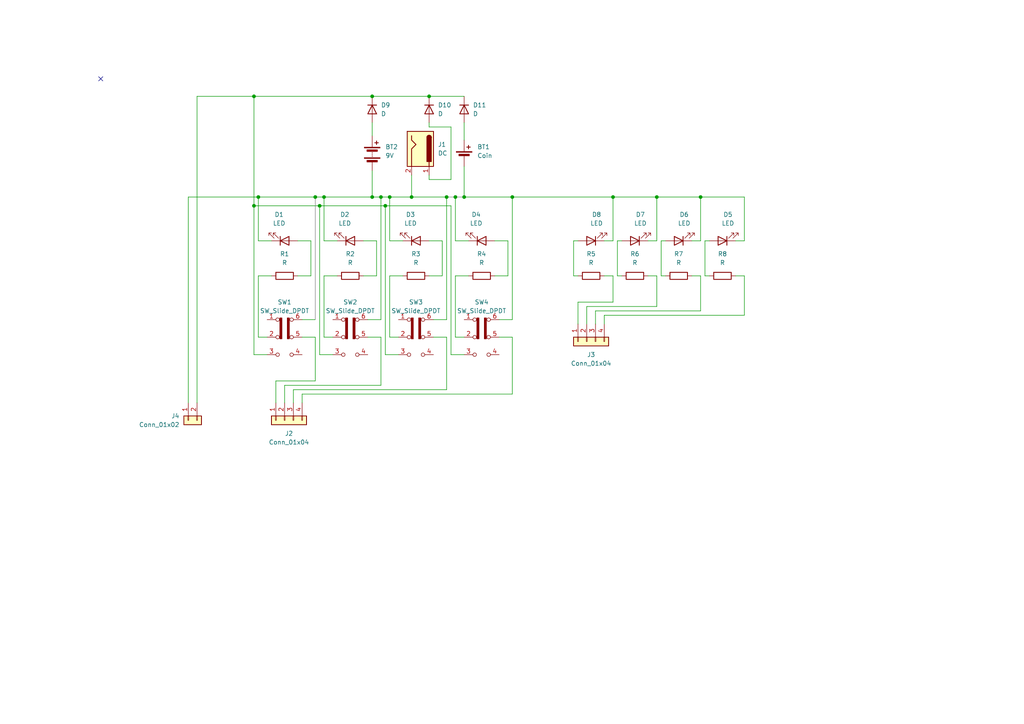
<source format=kicad_sch>
(kicad_sch (version 20250114) (generator "eeschema") (generator_version "9.0")
  (paper "A4")
  (lib_symbols
    (symbol "Connector:Barrel_Jack" (pin_names (offset 1.016))
      (property "Reference" "J" (at 0 5.334 0))
      (property "Value" "Barrel_Jack" (at 0 -5.08 0))
      (symbol "Barrel_Jack_0_1"
        (rectangle (start -5.08 3.81) (end 5.08 -3.81) (stroke (width 0.254)) (fill (type background)))
        (polyline (pts (xy -3.81 -2.54) (xy -2.54 -2.54) (xy -1.27 -1.27) (xy 0 -2.54) (xy 2.54 -2.54) (xy 5.08 -2.54)) (stroke (width 0.254)))
        (arc (start -3.302 1.905) (mid -3.9343 2.54) (end -3.302 3.175) (stroke (width 0.254)))
        (arc (start -3.302 1.905) (mid -3.9343 2.54) (end -3.302 3.175) (stroke (width 0.254)) (fill (type outline)))
        (rectangle (start 3.683 3.175) (end -3.302 1.905) (stroke (width 0.254)) (fill (type outline)))
        (polyline (pts (xy 5.08 2.54) (xy 3.81 2.54)) (stroke (width 0.254)))
      )
      (symbol "Barrel_Jack_1_1"
        (pin passive line (at 7.62 2.54 180) (length 2.54) (name "~") (number "1"))
        (pin passive line (at 7.62 -2.54 180) (length 2.54) (name "~") (number "2"))
      )
    )
    (symbol "Connector_Generic:Conn_01x02" (pin_names (offset 1.016) (hide yes))
      (property "Reference" "J" (at 0 2.54 0))
      (property "Value" "Conn_01x02" (at 0 -5.08 0))
      (symbol "Conn_01x02_1_1"
        (rectangle (start -1.27 1.27) (end 1.27 -3.81) (stroke (width 0.254)) (fill (type background)))
        (rectangle (start -1.27 0.127) (end 0 -0.127) (stroke (width 0.1524)))
        (rectangle (start -1.27 -2.413) (end 0 -2.667) (stroke (width 0.1524)))
        (pin passive line (at -5.08 0 0) (length 3.81) (name "Pin_1") (number "1"))
        (pin passive line (at -5.08 -2.54 0) (length 3.81) (name "Pin_2") (number "2"))
      )
    )
    (symbol "Connector_Generic:Conn_01x04" (pin_names (offset 1.016) (hide yes))
      (property "Reference" "J" (at 0 5.08 0))
      (property "Value" "Conn_01x04" (at 0 -7.62 0))
      (symbol "Conn_01x04_1_1"
        (rectangle (start -1.27 3.81) (end 1.27 -6.35) (stroke (width 0.254)) (fill (type background)))
        (rectangle (start -1.27 2.667) (end 0 2.413) (stroke (width 0.1524)))
        (rectangle (start -1.27 0.127) (end 0 -0.127) (stroke (width 0.1524)))
        (rectangle (start -1.27 -2.413) (end 0 -2.667) (stroke (width 0.1524)))
        (rectangle (start -1.27 -4.953) (end 0 -5.207) (stroke (width 0.1524)))
        (pin passive line (at -5.08 2.54 0) (length 3.81) (name "Pin_1") (number "1"))
        (pin passive line (at -5.08 0 0) (length 3.81) (name "Pin_2") (number "2"))
        (pin passive line (at -5.08 -2.54 0) (length 3.81) (name "Pin_3") (number "3"))
        (pin passive line (at -5.08 -5.08 0) (length 3.81) (name "Pin_4") (number "4"))
      )
    )
    (symbol "Device:Battery" (pin_numbers (hide yes)) (pin_names (offset 0) (hide yes))
      (property "Reference" "BT" (at 2.54 2.54 0))
      (property "Value" "Battery" (at 2.54 0 0))
      (symbol "Battery_0_1"
        (rectangle (start -2.286 1.778) (end 2.286 1.524) (fill (type outline)))
        (rectangle (start -2.286 -1.27) (end 2.286 -1.524) (fill (type outline)))
        (rectangle (start -1.524 1.016) (end 1.524 0.508) (fill (type outline)))
        (rectangle (start -1.524 -2.032) (end 1.524 -2.54) (fill (type outline)))
        (polyline (pts (xy 0 1.778) (xy 0 2.54)))
        (polyline (pts (xy 0 0) (xy 0 0.254)))
        (polyline (pts (xy 0 -0.508) (xy 0 -0.254)))
        (polyline (pts (xy 0 -1.016) (xy 0 -0.762)))
        (polyline (pts (xy 0.762 3.048) (xy 1.778 3.048)) (stroke (width 0.254)))
        (polyline (pts (xy 1.27 3.556) (xy 1.27 2.54)) (stroke (width 0.254)))
      )
      (symbol "Battery_1_1"
        (pin passive line (at 0 5.08 270) (length 2.54) (name "+") (number "1"))
        (pin passive line (at 0 -5.08 90) (length 2.54) (name "-") (number "2"))
      )
    )
    (symbol "Device:Battery_Cell" (pin_numbers (hide yes)) (pin_names (offset 0) (hide yes))
      (property "Reference" "BT" (at 2.54 2.54 0))
      (property "Value" "Battery_Cell" (at 2.54 0 0))
      (symbol "Battery_Cell_0_1"
        (rectangle (start -2.286 1.778) (end 2.286 1.524) (fill (type outline)))
        (rectangle (start -1.524 1.016) (end 1.524 0.508) (fill (type outline)))
        (polyline (pts (xy 0 1.778) (xy 0 2.54)))
        (polyline (pts (xy 0 0.762) (xy 0 0)))
        (polyline (pts (xy 0.762 3.048) (xy 1.778 3.048)) (stroke (width 0.254)))
        (polyline (pts (xy 1.27 3.556) (xy 1.27 2.54)) (stroke (width 0.254)))
      )
      (symbol "Battery_Cell_1_1"
        (pin passive line (at 0 5.08 270) (length 2.54) (name "+") (number "1"))
        (pin passive line (at 0 -2.54 90) (length 2.54) (name "-") (number "2"))
      )
    )
    (symbol "Device:D" (pin_numbers (hide yes)) (pin_names (offset 1.016) (hide yes))
      (property "Reference" "D" (at 0 2.54 0))
      (property "Value" "D" (at 0 -2.54 0))
      (symbol "D_0_1"
        (polyline (pts (xy -1.27 1.27) (xy -1.27 -1.27)) (stroke (width 0.254)))
        (polyline (pts (xy 1.27 1.27) (xy 1.27 -1.27) (xy -1.27 0) (xy 1.27 1.27)) (stroke (width 0.254)))
        (polyline (pts (xy 1.27 0) (xy -1.27 0)))
      )
      (symbol "D_1_1"
        (pin passive line (at -3.81 0 0) (length 2.54) (name "K") (number "1"))
        (pin passive line (at 3.81 0 180) (length 2.54) (name "A") (number "2"))
      )
    )
    (symbol "Device:LED" (pin_numbers (hide yes)) (pin_names (offset 1.016) (hide yes))
      (property "Reference" "D" (at 0 2.54 0))
      (property "Value" "LED" (at 0 -2.54 0))
      (symbol "LED_0_1"
        (polyline (pts (xy -3.048 -0.762) (xy -4.572 -2.286) (xy -3.81 -2.286) (xy -4.572 -2.286) (xy -4.572 -1.524)))
        (polyline (pts (xy -1.778 -0.762) (xy -3.302 -2.286) (xy -2.54 -2.286) (xy -3.302 -2.286) (xy -3.302 -1.524)))
        (polyline (pts (xy -1.27 0) (xy 1.27 0)))
        (polyline (pts (xy -1.27 -1.27) (xy -1.27 1.27)) (stroke (width 0.254)))
        (polyline (pts (xy 1.27 -1.27) (xy 1.27 1.27) (xy -1.27 0) (xy 1.27 -1.27)) (stroke (width 0.254)))
      )
      (symbol "LED_1_1"
        (pin passive line (at -3.81 0 0) (length 2.54) (name "K") (number "1"))
        (pin passive line (at 3.81 0 180) (length 2.54) (name "A") (number "2"))
      )
    )
    (symbol "Device:R" (pin_numbers (hide yes)) (pin_names (offset 0))
      (property "Reference" "R" (at 2.032 0 90))
      (property "Value" "R" (at 0 0 90))
      (symbol "R_0_1"
        (rectangle (start -1.016 -2.54) (end 1.016 2.54) (stroke (width 0.254)))
      )
      (symbol "R_1_1"
        (pin passive line (at 0 3.81 270) (length 1.27) (name "~") (number "1"))
        (pin passive line (at 0 -3.81 90) (length 1.27) (name "~") (number "2"))
      )
    )
    (symbol "Switch:SW_Slide_DPDT" (pin_names (offset 0) (hide yes))
      (property "Reference" "SW" (at 0 6.858 0))
      (property "Value" "SW_Slide_DPDT" (at 0 -8.128 0))
      (symbol "SW_Slide_DPDT_0_0"
        (circle (center -2.032 5.08) (radius 0.508))
        (circle (center -2.032 -5.08) (radius 0.508))
        (circle (center 2.032 0) (radius 0.508))
        (circle (center 2.032 -5.08) (radius 0.508))
      )
      (symbol "SW_Slide_DPDT_0_1"
        (circle (center -2.032 0) (radius 0.508))
        (circle (center 2.032 5.08) (radius 0.508))
      )
      (symbol "SW_Slide_DPDT_1_1"
        (rectangle (start -1.397 5.588) (end -0.762 -0.508) (fill (type outline)))
        (rectangle (start 0.762 5.588) (end 1.397 -0.508) (fill (type outline)))
        (pin passive line (at -5.08 5.08 0) (length 2.54) (name "A") (number "1"))
        (pin passive line (at -5.08 0 0) (length 2.54) (name "B") (number "2"))
        (pin passive line (at -5.08 -5.08 0) (length 2.54) (name "C") (number "3"))
        (pin passive line (at 5.08 5.08 180) (length 2.54) (name "C") (number "6"))
        (pin passive line (at 5.08 0 180) (length 2.54) (name "B") (number "5"))
        (pin passive line (at 5.08 -5.08 180) (length 2.54) (name "A") (number "4"))
      )
    )
  )
  (junction (at 91.44 57.15))
  (junction (at 190.5 57.15))
  (junction (at 73.66 59.69))
  (junction (at 132.08 57.15))
  (junction (at 203.2 57.15))
  (junction (at 107.95 57.15))
  (junction (at 119.38 57.15))
  (junction (at 111.76 59.69))
  (junction (at 148.59 57.15))
  (junction (at 113.03 57.15))
  (junction (at 74.93 57.15))
  (junction (at 73.66 27.94))
  (junction (at 92.71 59.69))
  (junction (at 177.8 57.15))
  (junction (at 124.46 27.94))
  (junction (at 107.95 27.94))
  (junction (at 110.49 57.15))
  (junction (at 134.62 57.15))
  (junction (at 129.54 57.15))
  (junction (at 93.98 57.15))
  (no_connect (at 29.21 22.86))
  (wire (pts (xy 213.36 69.85) (xy 215.9 69.85)))
  (wire (pts (xy 203.2 80.01) (xy 200.66 80.01)))
  (wire (pts (xy 167.64 80.01) (xy 166.37 80.01)))
  (wire (pts (xy 86.36 80.01) (xy 90.17 80.01)))
  (wire (pts (xy 177.8 57.15) (xy 190.5 57.15)))
  (wire (pts (xy 125.73 92.71) (xy 129.54 92.71)))
  (wire (pts (xy 119.38 57.15) (xy 129.54 57.15)))
  (wire (pts (xy 124.46 36.83) (xy 124.46 35.56)))
  (wire (pts (xy 87.63 97.79) (xy 91.44 97.79)))
  (wire (pts (xy 193.04 69.85) (xy 191.77 69.85)))
  (wire (pts (xy 87.63 92.71) (xy 91.44 92.71)))
  (wire (pts (xy 204.47 80.01) (xy 205.74 80.01)))
  (wire (pts (xy 80.01 110.49) (xy 80.01 116.84)))
  (wire (pts (xy 107.95 57.15) (xy 110.49 57.15)))
  (wire (pts (xy 110.49 97.79) (xy 106.68 97.79)))
  (wire (pts (xy 110.49 57.15) (xy 113.03 57.15)))
  (wire (pts (xy 109.22 80.01) (xy 109.22 69.85)))
  (wire (pts (xy 143.51 80.01) (xy 147.32 80.01)))
  (wire (pts (xy 87.63 114.3) (xy 148.59 114.3)))
  (wire (pts (xy 107.95 49.53) (xy 107.95 57.15)))
  (wire (pts (xy 111.76 59.69) (xy 130.81 59.69)))
  (wire (pts (xy 135.89 69.85) (xy 132.08 69.85)))
  (wire (pts (xy 93.98 69.85) (xy 93.98 57.15)))
  (wire (pts (xy 77.47 102.87) (xy 73.66 102.87)))
  (wire (pts (xy 96.52 97.79) (xy 93.98 97.79)))
  (wire (pts (xy 215.9 91.44) (xy 215.9 80.01)))
  (wire (pts (xy 57.15 27.94) (xy 73.66 27.94)))
  (wire (pts (xy 124.46 69.85) (xy 128.27 69.85)))
  (wire (pts (xy 111.76 59.69) (xy 111.76 102.87)))
  (wire (pts (xy 203.2 90.17) (xy 203.2 80.01)))
  (wire (pts (xy 166.37 69.85) (xy 167.64 69.85)))
  (wire (pts (xy 190.5 57.15) (xy 190.5 69.85)))
  (wire (pts (xy 91.44 92.71) (xy 91.44 57.15)) (stroke (width 0) (color 132 132 132 1)))
  (wire (pts (xy 179.07 80.01) (xy 180.34 80.01)))
  (wire (pts (xy 74.93 57.15) (xy 91.44 57.15)))
  (wire (pts (xy 191.77 80.01) (xy 193.04 80.01)))
  (wire (pts (xy 82.55 111.76) (xy 110.49 111.76)))
  (wire (pts (xy 93.98 97.79) (xy 93.98 80.01)))
  (wire (pts (xy 73.66 27.94) (xy 107.95 27.94)))
  (wire (pts (xy 73.66 59.69) (xy 92.71 59.69)))
  (wire (pts (xy 129.54 113.03) (xy 85.09 113.03)))
  (wire (pts (xy 175.26 69.85) (xy 177.8 69.85)))
  (wire (pts (xy 92.71 59.69) (xy 111.76 59.69)))
  (wire (pts (xy 93.98 80.01) (xy 97.79 80.01)))
  (wire (pts (xy 82.55 116.84) (xy 82.55 111.76)))
  (wire (pts (xy 190.5 88.9) (xy 190.5 80.01)))
  (wire (pts (xy 177.8 87.63) (xy 177.8 80.01)))
  (wire (pts (xy 124.46 27.94) (xy 134.62 27.94)))
  (wire (pts (xy 113.03 57.15) (xy 119.38 57.15)))
  (wire (pts (xy 91.44 97.79) (xy 91.44 110.49)))
  (wire (pts (xy 132.08 57.15) (xy 134.62 57.15)) (stroke (width 0) (color 132 132 132 1)))
  (wire (pts (xy 113.03 97.79) (xy 113.03 80.01)))
  (wire (pts (xy 110.49 92.71) (xy 110.49 57.15)))
  (wire (pts (xy 74.93 97.79) (xy 74.93 80.01)))
  (wire (pts (xy 148.59 57.15) (xy 148.59 92.71)))
  (wire (pts (xy 170.18 93.98) (xy 170.18 88.9)))
  (wire (pts (xy 177.8 69.85) (xy 177.8 57.15)))
  (wire (pts (xy 179.07 69.85) (xy 179.07 80.01)))
  (wire (pts (xy 167.64 93.98) (xy 167.64 87.63)))
  (wire (pts (xy 129.54 97.79) (xy 129.54 113.03)))
  (wire (pts (xy 187.96 80.01) (xy 190.5 80.01)))
  (wire (pts (xy 110.49 111.76) (xy 110.49 97.79)))
  (wire (pts (xy 144.78 92.71) (xy 148.59 92.71)))
  (wire (pts (xy 90.17 69.85) (xy 86.36 69.85)))
  (wire (pts (xy 116.84 69.85) (xy 113.03 69.85)))
  (wire (pts (xy 132.08 80.01) (xy 132.08 97.79)))
  (wire (pts (xy 93.98 57.15) (xy 107.95 57.15)))
  (wire (pts (xy 130.81 52.07) (xy 124.46 52.07)))
  (wire (pts (xy 134.62 48.26) (xy 134.62 57.15)))
  (wire (pts (xy 124.46 80.01) (xy 128.27 80.01)))
  (wire (pts (xy 203.2 57.15) (xy 215.9 57.15)))
  (wire (pts (xy 97.79 69.85) (xy 93.98 69.85)))
  (wire (pts (xy 132.08 69.85) (xy 132.08 57.15)))
  (wire (pts (xy 130.81 36.83) (xy 124.46 36.83)))
  (wire (pts (xy 200.66 69.85) (xy 203.2 69.85)))
  (wire (pts (xy 128.27 80.01) (xy 128.27 69.85)))
  (wire (pts (xy 170.18 88.9) (xy 190.5 88.9)))
  (wire (pts (xy 57.15 116.84) (xy 57.15 27.94)))
  (wire (pts (xy 134.62 102.87) (xy 130.81 102.87)))
  (wire (pts (xy 54.61 116.84) (xy 54.61 57.15)))
  (wire (pts (xy 90.17 80.01) (xy 90.17 69.85)))
  (wire (pts (xy 105.41 80.01) (xy 109.22 80.01)))
  (wire (pts (xy 110.49 92.71) (xy 106.68 92.71)))
  (wire (pts (xy 115.57 102.87) (xy 111.76 102.87)))
  (wire (pts (xy 78.74 69.85) (xy 74.93 69.85)))
  (wire (pts (xy 215.9 80.01) (xy 213.36 80.01)))
  (wire (pts (xy 96.52 102.87) (xy 92.71 102.87)))
  (wire (pts (xy 175.26 80.01) (xy 177.8 80.01)))
  (wire (pts (xy 115.57 97.79) (xy 113.03 97.79)))
  (wire (pts (xy 172.72 90.17) (xy 203.2 90.17)))
  (wire (pts (xy 191.77 69.85) (xy 191.77 80.01)))
  (wire (pts (xy 74.93 69.85) (xy 74.93 57.15)))
  (wire (pts (xy 124.46 52.07) (xy 124.46 50.8)))
  (wire (pts (xy 129.54 57.15) (xy 129.54 92.71)))
  (wire (pts (xy 172.72 93.98) (xy 172.72 90.17)))
  (wire (pts (xy 54.61 57.15) (xy 74.93 57.15)))
  (wire (pts (xy 107.95 27.94) (xy 124.46 27.94)))
  (wire (pts (xy 129.54 57.15) (xy 132.08 57.15)) (stroke (width 0) (color 132 132 132 1)))
  (wire (pts (xy 92.71 59.69) (xy 92.71 102.87)))
  (wire (pts (xy 180.34 69.85) (xy 179.07 69.85)))
  (wire (pts (xy 119.38 50.8) (xy 119.38 57.15)))
  (wire (pts (xy 203.2 57.15) (xy 203.2 69.85)))
  (wire (pts (xy 107.95 35.56) (xy 107.95 39.37)))
  (wire (pts (xy 166.37 80.01) (xy 166.37 69.85)))
  (wire (pts (xy 190.5 57.15) (xy 203.2 57.15)))
  (wire (pts (xy 91.44 57.15) (xy 93.98 57.15)))
  (wire (pts (xy 130.81 52.07) (xy 130.81 36.83)))
  (wire (pts (xy 143.51 69.85) (xy 147.32 69.85)))
  (wire (pts (xy 113.03 57.15) (xy 113.03 69.85)))
  (wire (pts (xy 167.64 87.63) (xy 177.8 87.63)))
  (wire (pts (xy 105.41 69.85) (xy 109.22 69.85)))
  (wire (pts (xy 74.93 80.01) (xy 78.74 80.01)))
  (wire (pts (xy 85.09 113.03) (xy 85.09 116.84)))
  (wire (pts (xy 215.9 69.85) (xy 215.9 57.15)))
  (wire (pts (xy 147.32 80.01) (xy 147.32 69.85)))
  (wire (pts (xy 87.63 116.84) (xy 87.63 114.3)))
  (wire (pts (xy 148.59 114.3) (xy 148.59 97.79)))
  (wire (pts (xy 73.66 27.94) (xy 73.66 59.69)))
  (wire (pts (xy 175.26 93.98) (xy 175.26 91.44)))
  (wire (pts (xy 134.62 97.79) (xy 132.08 97.79)))
  (wire (pts (xy 125.73 97.79) (xy 129.54 97.79)))
  (wire (pts (xy 73.66 59.69) (xy 73.66 102.87)))
  (wire (pts (xy 187.96 69.85) (xy 190.5 69.85)))
  (wire (pts (xy 134.62 35.56) (xy 134.62 40.64)))
  (wire (pts (xy 134.62 57.15) (xy 148.59 57.15)))
  (wire (pts (xy 135.89 80.01) (xy 132.08 80.01)))
  (wire (pts (xy 204.47 69.85) (xy 204.47 80.01)))
  (wire (pts (xy 175.26 91.44) (xy 215.9 91.44)))
  (wire (pts (xy 91.44 110.49) (xy 80.01 110.49)))
  (wire (pts (xy 130.81 102.87) (xy 130.81 59.69)))
  (wire (pts (xy 148.59 57.15) (xy 177.8 57.15)))
  (wire (pts (xy 148.59 97.79) (xy 144.78 97.79)))
  (wire (pts (xy 205.74 69.85) (xy 204.47 69.85)))
  (wire (pts (xy 113.03 80.01) (xy 116.84 80.01)))
  (wire (pts (xy 77.47 97.79) (xy 74.93 97.79)))
  (symbol (lib_id "Device:LED") (at 196.85 69.85 180) (unit 1)
    (property "Reference" "D6" (at 198.4375 62.23 0))
    (property "Value" "LED" (at 198.4375 64.77 0))
    (property "Footprint" "LED_THT:LED_D5.0mm" (effects (hide yes)))
    (property "Description" "Light emitting diode" (effects (hide yes)))
    (property "Sim.Pins" "1=K 2=A" (effects (hide yes)))
  )
  (symbol (lib_id "Device:LED") (at 82.55 69.85 0) (mirror x) (unit 1)
    (property "Reference" "D1" (at 80.9625 62.23 0))
    (property "Value" "LED" (at 80.9625 64.77 0))
    (property "Footprint" "LED_THT:LED_D5.0mm" (effects (hide yes)))
    (property "Description" "Light emitting diode" (effects (hide yes)))
    (property "Sim.Pins" "1=K 2=A" (effects (hide yes)))
  )
  (symbol (lib_id "Device:LED") (at 171.45 69.85 180) (unit 1)
    (property "Reference" "D8" (at 173.0375 62.23 0))
    (property "Value" "LED" (at 173.0375 64.77 0))
    (property "Footprint" "LED_THT:LED_D5.0mm" (effects (hide yes)))
    (property "Description" "Light emitting diode" (effects (hide yes)))
    (property "Sim.Pins" "1=K 2=A" (effects (hide yes)))
  )
  (symbol (lib_id "Device:D") (at 124.46 31.75 270) (unit 1)
    (property "Reference" "D10" (at 127 30.4799 90) (effects (justify left)))
    (property "Value" "D" (at 127 33.0199 90) (effects (justify left)))
    (property "Footprint" "Diode_THT:D_5KPW_P12.70mm_Horizontal" (effects (hide yes)))
    (property "Description" "Diode" (effects (hide yes)))
    (property "Sim.Device" "D" (effects (hide yes)))
    (property "Sim.Pins" "1=K 2=A" (effects (hide yes)))
  )
  (symbol (lib_id "Device:R") (at 139.7 80.01 270) (unit 1)
    (property "Reference" "R4" (at 139.7 73.66 90))
    (property "Value" "R" (at 139.7 76.2 90))
    (property "Footprint" "Resistor_THT:R_Axial_DIN0207_L6.3mm_D2.5mm_P7.62mm_Horizontal" (effects (hide yes)))
    (property "Description" "Resistor" (effects (hide yes)))
  )
  (symbol (lib_id "Connector_Generic:Conn_01x04") (at 82.55 121.92 90) (mirror x) (unit 1)
    (property "Reference" "J2" (at 83.82 125.73 90))
    (property "Value" "Conn_01x04" (at 83.82 128.27 90))
    (property "Footprint" "Connector_PinHeader_1.00mm:PinHeader_1x04_P1.00mm_Vertical" (effects (hide yes)))
    (property "Description" "Generic connector, single row, 01x04, script generated (kicad-library-utils/schlib/autogen/connector/)" (effects (hide yes)))
  )
  (symbol (lib_id "Connector_Generic:Conn_01x02") (at 54.61 121.92 90) (mirror x) (unit 1)
    (property "Reference" "J4" (at 52.07 120.6499 90) (effects (justify left)))
    (property "Value" "Conn_01x02" (at 52.07 123.1899 90) (effects (justify left)))
    (property "Footprint" "Connector_PinHeader_1.00mm:PinHeader_1x02_P1.00mm_Vertical" (effects (hide yes)))
    (property "Description" "Generic connector, single row, 01x02, script generated (kicad-library-utils/schlib/autogen/connector/)" (effects (hide yes)))
  )
  (symbol (lib_id "Device:R") (at 120.65 80.01 270) (unit 1)
    (property "Reference" "R3" (at 120.65 73.66 90))
    (property "Value" "R" (at 120.65 76.2 90))
    (property "Footprint" "Resistor_THT:R_Axial_DIN0207_L6.3mm_D2.5mm_P7.62mm_Horizontal" (effects (hide yes)))
    (property "Description" "Resistor" (effects (hide yes)))
  )
  (symbol (lib_id "Device:LED") (at 139.7 69.85 0) (mirror x) (unit 1)
    (property "Reference" "D4" (at 138.1125 62.23 0))
    (property "Value" "LED" (at 138.1125 64.77 0))
    (property "Footprint" "LED_THT:LED_D5.0mm" (effects (hide yes)))
    (property "Description" "Light emitting diode" (effects (hide yes)))
    (property "Sim.Pins" "1=K 2=A" (effects (hide yes)))
  )
  (symbol (lib_id "Switch:SW_Slide_DPDT") (at 101.6 97.79 0) (unit 1)
    (property "Reference" "SW2" (at 101.6 87.63 0))
    (property "Value" "SW_Slide_DPDT" (at 101.6 90.17 0))
    (property "Footprint" "Button_Switch_THT:SW_E-Switch_EG1271_SPDT" (effects (hide yes)))
    (property "Description" "Slide Switch, dual pole double throw" (effects (hide yes)))
  )
  (symbol (lib_id "Device:R") (at 171.45 80.01 270) (unit 1)
    (property "Reference" "R5" (at 171.45 73.66 90))
    (property "Value" "R" (at 171.45 76.2 90))
    (property "Footprint" "Resistor_THT:R_Axial_DIN0207_L6.3mm_D2.5mm_P7.62mm_Horizontal" (effects (hide yes)))
    (property "Description" "Resistor" (effects (hide yes)))
  )
  (symbol (lib_id "Connector_Generic:Conn_01x04") (at 170.18 99.06 90) (mirror x) (unit 1)
    (property "Reference" "J3" (at 171.45 102.87 90))
    (property "Value" "Conn_01x04" (at 171.45 105.41 90))
    (property "Footprint" "Connector_PinHeader_1.00mm:PinHeader_1x04_P1.00mm_Vertical" (effects (hide yes)))
    (property "Description" "Generic connector, single row, 01x04, script generated (kicad-library-utils/schlib/autogen/connector/)" (effects (hide yes)))
  )
  (symbol (lib_id "Device:LED") (at 184.15 69.85 180) (unit 1)
    (property "Reference" "D7" (at 185.7375 62.23 0))
    (property "Value" "LED" (at 185.7375 64.77 0))
    (property "Footprint" "LED_THT:LED_D5.0mm" (effects (hide yes)))
    (property "Description" "Light emitting diode" (effects (hide yes)))
    (property "Sim.Pins" "1=K 2=A" (effects (hide yes)))
  )
  (symbol (lib_id "Device:R") (at 196.85 80.01 270) (unit 1)
    (property "Reference" "R7" (at 196.85 73.66 90))
    (property "Value" "R" (at 196.85 76.2 90))
    (property "Footprint" "Resistor_THT:R_Axial_DIN0207_L6.3mm_D2.5mm_P7.62mm_Horizontal" (effects (hide yes)))
    (property "Description" "Resistor" (effects (hide yes)))
  )
  (symbol (lib_id "Device:D") (at 107.95 31.75 270) (unit 1)
    (property "Reference" "D9" (at 110.49 30.4799 90) (effects (justify left)))
    (property "Value" "D" (at 110.49 33.0199 90) (effects (justify left)))
    (property "Footprint" "Diode_THT:D_5KPW_P12.70mm_Horizontal" (effects (hide yes)))
    (property "Description" "Diode" (effects (hide yes)))
    (property "Sim.Device" "D" (effects (hide yes)))
    (property "Sim.Pins" "1=K 2=A" (effects (hide yes)))
  )
  (symbol (lib_id "Device:LED") (at 120.65 69.85 0) (mirror x) (unit 1)
    (property "Reference" "D3" (at 119.0625 62.23 0))
    (property "Value" "LED" (at 119.0625 64.77 0))
    (property "Footprint" "LED_THT:LED_D5.0mm" (effects (hide yes)))
    (property "Description" "Light emitting diode" (effects (hide yes)))
    (property "Sim.Pins" "1=K 2=A" (effects (hide yes)))
  )
  (symbol (lib_id "Connector:Barrel_Jack") (at 121.92 43.18 270) (unit 1)
    (property "Reference" "J1" (at 127 41.9099 90) (effects (justify left)))
    (property "Value" "DC" (at 127 44.4499 90) (effects (justify left)))
    (property "Footprint" "Connector_BarrelJack:BarrelJack_CLIFF_FC681465S_SMT_Horizontal" (effects (hide yes)))
    (property "Description" "DC Barrel Jack" (effects (hide yes)))
  )
  (symbol (lib_id "Device:R") (at 82.55 80.01 270) (unit 1)
    (property "Reference" "R1" (at 82.55 73.66 90))
    (property "Value" "R" (at 82.55 76.2 90))
    (property "Footprint" "Resistor_THT:R_Axial_DIN0207_L6.3mm_D2.5mm_P7.62mm_Horizontal" (effects (hide yes)))
    (property "Description" "Resistor" (effects (hide yes)))
  )
  (symbol (lib_id "Device:Battery") (at 107.95 44.45 0) (unit 1)
    (property "Reference" "BT2" (at 111.76 42.6084 0) (effects (justify left)))
    (property "Value" "9V" (at 111.76 45.1484 0) (effects (justify left)))
    (property "Footprint" "Battery:BatteryHolder_MPD_BA9VPC_1xPP3" (effects (hide yes)))
    (property "Description" "Multiple-cell battery" (effects (hide yes)))
  )
  (symbol (lib_id "Switch:SW_Slide_DPDT") (at 120.65 97.79 0) (unit 1)
    (property "Reference" "SW3" (at 120.65 87.63 0))
    (property "Value" "SW_Slide_DPDT" (at 120.65 90.17 0))
    (property "Footprint" "Button_Switch_THT:SW_E-Switch_EG1271_SPDT" (effects (hide yes)))
    (property "Description" "Slide Switch, dual pole double throw" (effects (hide yes)))
  )
  (symbol (lib_id "Device:D") (at 134.62 31.75 270) (unit 1)
    (property "Reference" "D11" (at 137.16 30.4799 90) (effects (justify left)))
    (property "Value" "D" (at 137.16 33.0199 90) (effects (justify left)))
    (property "Footprint" "Diode_THT:D_5KPW_P12.70mm_Horizontal" (effects (hide yes)))
    (property "Description" "Diode" (effects (hide yes)))
    (property "Sim.Device" "D" (effects (hide yes)))
    (property "Sim.Pins" "1=K 2=A" (effects (hide yes)))
  )
  (symbol (lib_id "Device:R") (at 209.55 80.01 270) (unit 1)
    (property "Reference" "R8" (at 209.55 73.66 90))
    (property "Value" "R" (at 209.55 76.2 90))
    (property "Footprint" "Resistor_THT:R_Axial_DIN0207_L6.3mm_D2.5mm_P7.62mm_Horizontal" (effects (hide yes)))
    (property "Description" "Resistor" (effects (hide yes)))
  )
  (symbol (lib_id "Switch:SW_Slide_DPDT") (at 82.55 97.79 0) (unit 1)
    (property "Reference" "SW1" (at 82.55 87.63 0))
    (property "Value" "SW_Slide_DPDT" (at 82.55 90.17 0))
    (property "Footprint" "Button_Switch_THT:SW_E-Switch_EG1271_SPDT" (effects (hide yes)))
    (property "Description" "Slide Switch, dual pole double throw" (effects (hide yes)))
  )
  (symbol (lib_id "Device:LED") (at 209.55 69.85 180) (unit 1)
    (property "Reference" "D5" (at 211.1375 62.23 0))
    (property "Value" "LED" (at 211.1375 64.77 0))
    (property "Footprint" "LED_THT:LED_D5.0mm" (effects (hide yes)))
    (property "Description" "Light emitting diode" (effects (hide yes)))
    (property "Sim.Pins" "1=K 2=A" (effects (hide yes)))
  )
  (symbol (lib_id "Device:LED") (at 101.6 69.85 0) (mirror x) (unit 1)
    (property "Reference" "D2" (at 100.0125 62.23 0))
    (property "Value" "LED" (at 100.0125 64.77 0))
    (property "Footprint" "LED_THT:LED_D5.0mm" (effects (hide yes)))
    (property "Description" "Light emitting diode" (effects (hide yes)))
    (property "Sim.Pins" "1=K 2=A" (effects (hide yes)))
  )
  (symbol (lib_id "Switch:SW_Slide_DPDT") (at 139.7 97.79 0) (unit 1)
    (property "Reference" "SW4" (at 139.7 87.63 0))
    (property "Value" "SW_Slide_DPDT" (at 139.7 90.17 0))
    (property "Footprint" "Button_Switch_THT:SW_E-Switch_EG1271_SPDT" (effects (hide yes)))
    (property "Description" "Slide Switch, dual pole double throw" (effects (hide yes)))
  )
  (symbol (lib_id "Device:R") (at 101.6 80.01 270) (unit 1)
    (property "Reference" "R2" (at 101.6 73.66 90))
    (property "Value" "R" (at 101.6 76.2 90))
    (property "Footprint" "Resistor_THT:R_Axial_DIN0207_L6.3mm_D2.5mm_P7.62mm_Horizontal" (effects (hide yes)))
    (property "Description" "Resistor" (effects (hide yes)))
  )
  (symbol (lib_id "Device:R") (at 184.15 80.01 270) (unit 1)
    (property "Reference" "R6" (at 184.15 73.66 90))
    (property "Value" "R" (at 184.15 76.2 90))
    (property "Footprint" "Resistor_THT:R_Axial_DIN0207_L6.3mm_D2.5mm_P7.62mm_Horizontal" (effects (hide yes)))
    (property "Description" "Resistor" (effects (hide yes)))
  )
  (symbol (lib_id "Device:Battery_Cell") (at 134.62 45.72 0) (unit 1)
    (property "Reference" "BT1" (at 138.43 42.6084 0) (effects (justify left)))
    (property "Value" "Coin" (at 138.43 45.1484 0) (effects (justify left)))
    (property "Footprint" "Battery:BatteryHolder_Keystone_3034_1x20mm" (effects (hide yes)))
    (property "Description" "Single-cell battery" (effects (hide yes)))
  )
)
</source>
